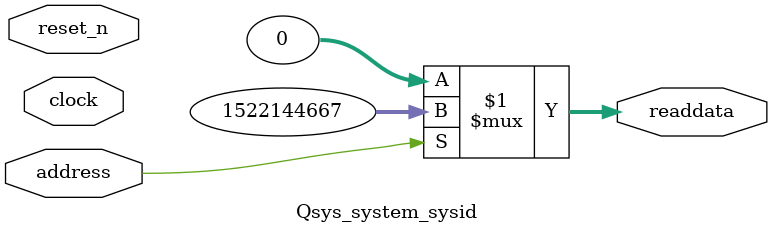
<source format=v>



// synthesis translate_off
`timescale 1ns / 1ps
// synthesis translate_on

// turn off superfluous verilog processor warnings 
// altera message_level Level1 
// altera message_off 10034 10035 10036 10037 10230 10240 10030 

module Qsys_system_sysid (
               // inputs:
                address,
                clock,
                reset_n,

               // outputs:
                readdata
             )
;

  output  [ 31: 0] readdata;
  input            address;
  input            clock;
  input            reset_n;

  wire    [ 31: 0] readdata;
  //control_slave, which is an e_avalon_slave
  assign readdata = address ? 1522144667 : 0;

endmodule




</source>
